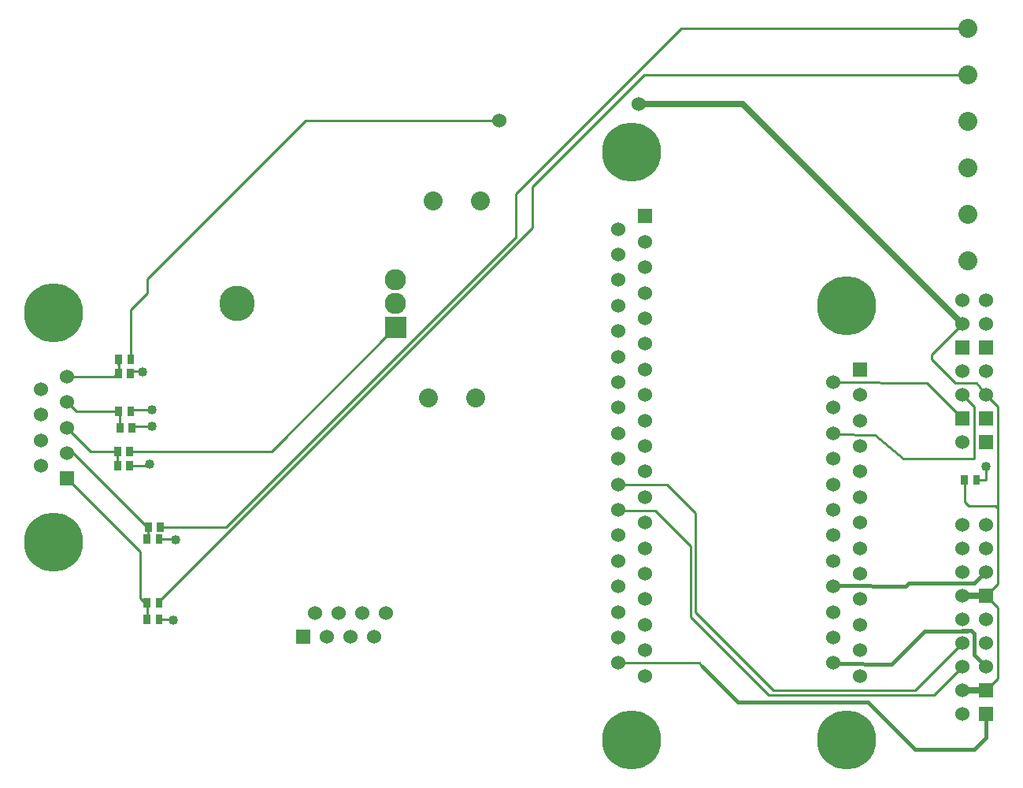
<source format=gbr>
G04 start of page 2 for group 0 idx 0 *
G04 Title: (unknown), component *
G04 Creator: pcb 20110918 *
G04 CreationDate: Tue 12 Jun 2012 03:33:29 PM GMT UTC *
G04 For: ed *
G04 Format: Gerber/RS-274X *
G04 PCB-Dimensions: 450000 325000 *
G04 PCB-Coordinate-Origin: lower left *
%MOIN*%
%FSLAX25Y25*%
%LNTOP*%
%ADD28C,0.1280*%
%ADD27C,0.0280*%
%ADD26C,0.0380*%
%ADD25C,0.1250*%
%ADD24C,0.1300*%
%ADD23C,0.0200*%
%ADD22C,0.0350*%
%ADD21C,0.0400*%
%ADD20R,0.0295X0.0295*%
%ADD19C,0.0600*%
%ADD18C,0.2500*%
%ADD17C,0.1500*%
%ADD16C,0.0900*%
%ADD15C,0.0001*%
%ADD14C,0.0800*%
%ADD13C,0.0250*%
%ADD12C,0.0150*%
%ADD11C,0.0100*%
G54D11*X64782Y175062D02*X64664Y174944D01*
X69900Y195570D02*Y174570D01*
X69782Y169062D02*X70290Y169570D01*
X73900D01*
X64664Y174944D02*Y172038D01*
X64782Y169180D02*Y174570D01*
Y169180D02*X62772Y167170D01*
X43000D01*
Y156370D02*X46800Y152570D01*
X64782D01*
X65341Y152011D01*
X31800Y161770D02*X31876Y161694D01*
X76900Y202570D02*X69900Y195570D01*
X76900Y202570D02*Y208398D01*
X69900Y153062D02*X69962Y153000D01*
X65341Y152011D02*Y145570D01*
X64341Y135570D02*Y129570D01*
X43000Y145570D02*X53000Y135570D01*
X45700Y134770D02*X43000D01*
X53000Y135570D02*X64341D01*
X70459Y146062D02*X73000Y146000D01*
X79000D01*
X76782Y99062D02*X77341Y99621D01*
Y103570D01*
X43000Y123970D02*X73900Y93070D01*
X81900Y99062D02*X82392Y98570D01*
X73900Y93070D02*Y73570D01*
X75900Y71570D01*
X76782D01*
Y64570D01*
X81900Y65062D02*X82392Y64570D01*
X86900D01*
X77341Y103570D02*Y103129D01*
X45700Y134770D01*
X81900Y98078D02*X82392Y98570D01*
G54D12*X311900Y44570D02*X326900Y29570D01*
X381900D01*
G54D11*X341900Y34570D02*X401900D01*
X341900D02*X308900Y67570D01*
X306900Y65570D02*X339900Y32570D01*
X409800Y32470D02*X340000D01*
G54D12*X369300Y78770D02*X397900Y78570D01*
X391900Y45570D02*X368300Y45770D01*
X367300Y46770D01*
G54D11*X276300Y45970D03*
X310139D01*
X311400Y45070D02*X310500Y45970D01*
X309500D01*
G54D12*X381900Y29570D02*X401900Y9570D01*
X426900D01*
Y79820D02*X431650Y84570D01*
X405900Y59570D02*X391900Y45570D01*
G54D11*X401900Y34570D02*X421900Y54570D01*
Y44570D02*X409800Y32470D01*
G54D12*X397900Y78570D02*X399150Y79820D01*
X426900D01*
Y9570D02*X431900Y14570D01*
Y24570D01*
Y44570D02*X426900Y49570D01*
Y58570D01*
X425650Y59820D01*
X421906D01*
X424150D02*X423900Y59570D01*
X405900D01*
G54D13*X431900Y34570D02*X421900D01*
G54D11*X431900D02*X436900Y39570D01*
Y69570D01*
X431900Y74570D01*
X436900Y79570D01*
G54D13*X431900Y74570D02*X421900D01*
G54D12*X431650Y84570D02*X431900D01*
G54D11*X436900Y111570D02*X435900Y112570D01*
X436900Y79570D02*Y154570D01*
X435900Y112570D02*X433335D01*
X423000Y114000D02*X424430Y112570D01*
X433570D01*
X406900Y164570D02*X367300Y164770D01*
X426900Y132570D02*X396900D01*
X384900Y142570D01*
X367300Y142770D01*
X421900Y149570D02*X406900Y164570D01*
X421900Y159570D02*X426900Y154570D01*
X427900Y164570D02*X418900D01*
X431900Y159570D02*X436900Y154570D01*
X426900D02*Y132570D01*
X431900Y159570D02*X427900Y164570D01*
X428392Y123570D02*X431900D01*
X432000Y123670D01*
Y129000D01*
X424400Y314570D02*X303072D01*
X232900Y244398D01*
X239900Y247570D02*X287215Y294885D01*
X233000Y244498D02*X232900Y244398D01*
Y225890D01*
X287215Y294885D02*X424400D01*
G54D13*X421900Y189570D02*X328900Y282570D01*
X284900D01*
G54D11*X418900Y164570D02*X408900Y174570D01*
Y176570D01*
X421900Y189570D01*
X76900Y208398D02*X144072Y275570D01*
X225900D01*
X308900Y67570D02*Y71570D01*
X276300Y110770D02*X276500Y110570D01*
X291900D01*
X308900Y70398D02*Y109570D01*
X291900Y110570D02*X306900Y95570D01*
X276300Y121570D02*X296900D01*
X308900Y109570D01*
X306900Y95570D02*Y65570D01*
X422782Y124062D02*X423000Y123844D01*
Y114000D01*
X239900Y230062D02*Y247570D01*
X129570Y135570D02*X69459D01*
X81900Y72062D02*X239900Y230062D01*
X129570Y135570D02*X182000Y188000D01*
X232900Y226100D02*X110370Y103570D01*
X69459Y130062D02*X69951Y129570D01*
X76900D01*
X69962Y153000D02*X79000D01*
X82392Y98570D02*X87900D01*
X110370Y103570D02*X89570D01*
X82459Y104062D02*X82951Y103570D01*
X93000D01*
G54D14*X216000Y158000D03*
X196000D03*
X197900Y241570D03*
G54D15*G36*
X177500Y192500D02*Y183500D01*
X186500D01*
Y192500D01*
X177500D01*
G37*
G54D16*X182000Y198000D03*
Y208000D03*
G54D17*X115000Y198000D03*
G54D18*X37400Y194170D03*
G54D14*X217900Y241570D03*
G54D19*X276300Y229570D03*
G54D15*G36*
X284500Y237970D02*Y231970D01*
X290500D01*
Y237970D01*
X284500D01*
G37*
G54D19*X287500Y224170D03*
Y213370D03*
Y202570D03*
X276300Y218770D03*
Y207970D03*
Y197170D03*
Y186370D03*
G54D18*X281900Y261970D03*
G54D19*X378500Y137770D03*
Y126970D03*
Y116170D03*
Y105370D03*
G54D15*G36*
X375500Y173170D02*Y167170D01*
X381500D01*
Y173170D01*
X375500D01*
G37*
G54D19*X378500Y159370D03*
X367300Y164770D03*
X378500Y148570D03*
X367300Y153970D03*
Y143170D03*
Y132370D03*
Y121570D03*
Y110770D03*
G54D18*X372900Y197170D03*
G54D15*G36*
X428900Y182570D02*Y176570D01*
X434900D01*
Y182570D01*
X428900D01*
G37*
G54D19*X431900Y189570D03*
G54D15*G36*
X418900Y182570D02*Y176570D01*
X424900D01*
Y182570D01*
X418900D01*
G37*
G54D19*X421900Y189570D03*
G54D15*G36*
X418900Y152570D02*Y146570D01*
X424900D01*
Y152570D01*
X418900D01*
G37*
G54D19*X421900Y139570D03*
Y104570D03*
Y159570D03*
X431900D03*
X421900Y169570D03*
X431900D03*
G54D15*G36*
X428900Y142570D02*Y136570D01*
X434900D01*
Y142570D01*
X428900D01*
G37*
G36*
Y152570D02*Y146570D01*
X434900D01*
Y152570D01*
X428900D01*
G37*
G54D19*X431900Y104570D03*
Y199570D03*
X421900D03*
G54D14*X424400Y216144D03*
Y235829D03*
Y255515D03*
Y275200D03*
Y294885D03*
Y314570D03*
G54D19*X378500Y94570D03*
Y83770D03*
Y72970D03*
X367300Y99970D03*
Y89170D03*
Y78370D03*
Y67570D03*
Y56770D03*
Y45970D03*
G54D18*X372900Y13570D03*
G54D19*X378500Y62170D03*
Y51370D03*
Y40570D03*
G54D15*G36*
X428900Y27570D02*Y21570D01*
X434900D01*
Y27570D01*
X428900D01*
G37*
G36*
Y37570D02*Y31570D01*
X434900D01*
Y37570D01*
X428900D01*
G37*
G54D19*X431900Y44570D03*
X421900Y24570D03*
Y64570D03*
Y54570D03*
Y44570D03*
Y34570D03*
Y74570D03*
X431900Y54570D03*
Y64570D03*
G54D15*G36*
X428900Y77570D02*Y71570D01*
X434900D01*
Y77570D01*
X428900D01*
G37*
G54D19*X431900Y84570D03*
Y94570D03*
X421900D03*
Y84570D03*
G54D15*G36*
X40000Y126970D02*Y120970D01*
X46000D01*
Y126970D01*
X40000D01*
G37*
G54D19*X43000Y134770D03*
X31800Y129370D03*
Y140170D03*
G54D18*X37400Y96970D03*
G54D19*X43000Y145570D03*
Y156370D03*
Y167170D03*
X31800Y150970D03*
Y161770D03*
X178000Y67000D03*
X173000Y57000D03*
X158000Y67000D03*
X163000Y57000D03*
X148000Y67000D03*
X168000D03*
X153000Y57000D03*
G54D15*G36*
X140000Y60000D02*Y54000D01*
X146000D01*
Y60000D01*
X140000D01*
G37*
G54D19*X287500Y191770D03*
Y180970D03*
Y170170D03*
Y159370D03*
Y148570D03*
Y137770D03*
Y126970D03*
Y116170D03*
Y105370D03*
Y94570D03*
Y83770D03*
Y72970D03*
Y62170D03*
Y51370D03*
Y40570D03*
X276300Y175570D03*
Y164770D03*
Y153970D03*
Y143170D03*
Y132370D03*
Y121570D03*
Y110770D03*
Y99970D03*
Y89170D03*
Y78370D03*
Y67570D03*
Y56770D03*
Y45970D03*
G54D18*X281900Y13570D03*
G54D20*X427900Y124062D02*Y123078D01*
X422782Y124062D02*Y123078D01*
X64341Y136062D02*Y135078D01*
X69459Y136062D02*Y135078D01*
X69782Y169062D02*Y168078D01*
X64664Y169062D02*Y168078D01*
X65341Y146062D02*Y145078D01*
X64782Y153062D02*Y152078D01*
X70459Y146062D02*Y145078D01*
X69900Y153062D02*Y152078D01*
X69459Y130062D02*Y129078D01*
X64341Y130062D02*Y129078D01*
X81900Y99062D02*Y98078D01*
X76782Y99062D02*Y98078D01*
X77341Y104062D02*Y103078D01*
X82459Y104062D02*Y103078D01*
X76782Y72062D02*Y71078D01*
X81900Y72062D02*Y71078D01*
Y65062D02*Y64078D01*
X76782Y65062D02*Y64078D01*
X64782Y175062D02*Y174078D01*
X69900Y175062D02*Y174078D01*
G54D19*X284900Y282570D03*
X225900Y275570D03*
G54D21*X89000Y98000D03*
X88000Y64000D03*
X78000Y130000D03*
X79000Y153000D03*
Y146000D03*
X75000Y169000D03*
X432000Y129000D03*
G54D22*G54D23*G54D12*G54D19*G54D24*G54D25*G54D12*G54D22*G54D25*G54D22*G54D25*G54D26*G54D12*G54D22*G54D25*G54D22*G54D26*G54D22*G54D25*G54D22*G54D27*G54D28*G54D22*G54D25*M02*

</source>
